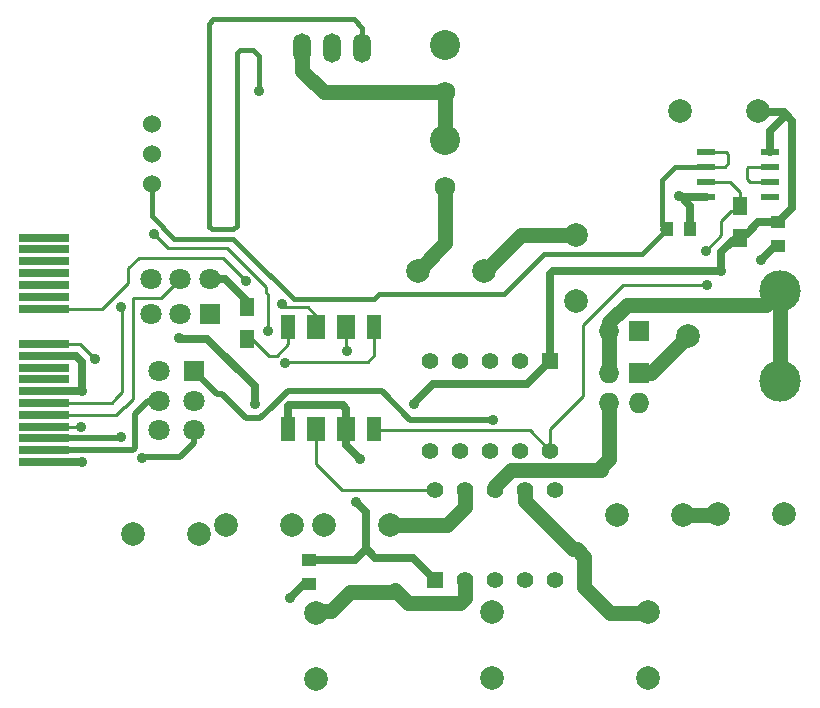
<source format=gtl>
%FSLAX46Y46*%
G04 Gerber Fmt 4.6, Leading zero omitted, Abs format (unit mm)*
G04 Created by KiCad (PCBNEW (2014-10-27 BZR 5228)-product) date 09/02/2015 08:27:18*
%MOMM*%
G01*
G04 APERTURE LIST*
%ADD10C,0.100000*%
%ADD11R,1.250000X1.000000*%
%ADD12R,4.200000X0.700000*%
%ADD13R,1.397000X1.397000*%
%ADD14C,1.397000*%
%ADD15C,1.998980*%
%ADD16C,3.500000*%
%ADD17C,2.000000*%
%ADD18R,1.727200X1.727200*%
%ADD19O,1.727200X1.727200*%
%ADD20R,1.800000X1.800000*%
%ADD21C,1.800000*%
%ADD22C,2.540000*%
%ADD23C,1.727200*%
%ADD24R,1.550000X0.600000*%
%ADD25C,1.524000*%
%ADD26O,1.501140X2.499360*%
%ADD27R,1.000000X1.250000*%
%ADD28R,1.300000X1.500000*%
%ADD29R,1.168400X2.032000*%
%ADD30R,1.524000X2.032000*%
%ADD31C,0.889000*%
%ADD32C,0.635000*%
%ADD33C,0.254000*%
%ADD34C,1.270000*%
%ADD35C,0.381000*%
%ADD36C,0.508000*%
G04 APERTURE END LIST*
D10*
D11*
X191600000Y-54200000D03*
X191600000Y-56200000D03*
D12*
X129500000Y-74500000D03*
X129500000Y-73500000D03*
X129500000Y-72500000D03*
X129500000Y-71500000D03*
X129500000Y-70500000D03*
X129500000Y-69500000D03*
X129500000Y-68500000D03*
X129500000Y-67500000D03*
X129500000Y-66500000D03*
X129500000Y-65500000D03*
X129500000Y-64500000D03*
X129500000Y-61500000D03*
X129500000Y-60500000D03*
X129500000Y-59500000D03*
X129500000Y-58500000D03*
X129500000Y-57500000D03*
X129500000Y-56500000D03*
X129500000Y-55500000D03*
D13*
X162560000Y-84455000D03*
D14*
X165100000Y-84455000D03*
X167640000Y-84455000D03*
X170180000Y-84455000D03*
X172720000Y-84455000D03*
X172720000Y-76835000D03*
X170180000Y-76835000D03*
X167640000Y-76835000D03*
X165100000Y-76835000D03*
X162560000Y-76835000D03*
D13*
X172339000Y-65913000D03*
D14*
X169799000Y-65913000D03*
X167259000Y-65913000D03*
X164719000Y-65913000D03*
X162179000Y-65913000D03*
X162179000Y-73533000D03*
X164719000Y-73533000D03*
X167259000Y-73533000D03*
X169799000Y-73533000D03*
X172339000Y-73533000D03*
D15*
X158792000Y-79796000D03*
X153204000Y-79796000D03*
X142592000Y-80596000D03*
X137004000Y-80596000D03*
X152496000Y-87308000D03*
X152496000Y-92896000D03*
X144908000Y-79804000D03*
X150496000Y-79804000D03*
X180604000Y-92792000D03*
X180604000Y-87204000D03*
X178008000Y-79004000D03*
X183596000Y-79004000D03*
X167396000Y-87208000D03*
X167396000Y-92796000D03*
X186508000Y-78904000D03*
X192096000Y-78904000D03*
X161108000Y-58304000D03*
X166696000Y-58304000D03*
X174498000Y-55245000D03*
X174498000Y-60833000D03*
D16*
X191800000Y-67600000D03*
X191800000Y-60000000D03*
D17*
X184000000Y-63800000D03*
D18*
X179870000Y-63400000D03*
D19*
X177330000Y-63400000D03*
D18*
X179870000Y-66930000D03*
D19*
X177330000Y-66930000D03*
X179870000Y-69470000D03*
X177330000Y-69470000D03*
D20*
X142200000Y-66800000D03*
D21*
X142200000Y-69300000D03*
X139200000Y-66800000D03*
X142200000Y-71800000D03*
X139200000Y-71800000D03*
X139200000Y-69300000D03*
D20*
X143500000Y-62000000D03*
D21*
X141000000Y-62000000D03*
X143500000Y-59000000D03*
X138500000Y-62000000D03*
X138500000Y-59000000D03*
X141000000Y-59000000D03*
D22*
X163461700Y-39199300D03*
D23*
X163461700Y-43199300D03*
D22*
X163461700Y-47199300D03*
D23*
X163461700Y-51199300D03*
D24*
X185501300Y-48234600D03*
X185501300Y-49504600D03*
X185501300Y-50774600D03*
X185501300Y-52044600D03*
X190901300Y-52044600D03*
X190901300Y-50774600D03*
X190901300Y-49504600D03*
X190901300Y-48234600D03*
D25*
X138600000Y-48460000D03*
X138600000Y-45920000D03*
X138600000Y-51000000D03*
D26*
X153893520Y-39451280D03*
X156433520Y-39451280D03*
X151353520Y-39451280D03*
D11*
X151900000Y-84800000D03*
X151900000Y-82800000D03*
D27*
X184200000Y-54800000D03*
X182200000Y-54800000D03*
D15*
X189899460Y-44800000D03*
X183300540Y-44800000D03*
D28*
X188400000Y-52850000D03*
X188400000Y-55550000D03*
X146700000Y-64050000D03*
X146700000Y-61350000D03*
D29*
X157432200Y-63082000D03*
D30*
X155070000Y-63082000D03*
X152530000Y-63082000D03*
D29*
X150167800Y-63082000D03*
X150167800Y-71718000D03*
D30*
X152530000Y-71718000D03*
X155070000Y-71718000D03*
D29*
X157432200Y-71718000D03*
D31*
X150300000Y-86000000D03*
X156200000Y-74200000D03*
X132600000Y-71500000D03*
X132700000Y-74500000D03*
X132700000Y-68500000D03*
X183200000Y-52000000D03*
X190200000Y-57400000D03*
X147700000Y-43100000D03*
X137750000Y-74150000D03*
X136000000Y-72400000D03*
X136000000Y-61400000D03*
X148400000Y-63400000D03*
X138800000Y-55200000D03*
X167500000Y-70900000D03*
X155900000Y-77900000D03*
X147300000Y-69600000D03*
X140900000Y-64000000D03*
X160800000Y-69600000D03*
X186800000Y-58300000D03*
X149900000Y-66100000D03*
X133800000Y-65800000D03*
X185600000Y-59500000D03*
X185500000Y-56600000D03*
X146600000Y-59200000D03*
X149600000Y-61100000D03*
X155100000Y-65100000D03*
D32*
X151900000Y-84800000D02*
X151500000Y-84800000D01*
X151500000Y-84800000D02*
X150300000Y-86000000D01*
X146700000Y-61350000D02*
X146700000Y-60900000D01*
X146700000Y-60900000D02*
X144800000Y-59000000D01*
X144800000Y-59000000D02*
X143500000Y-59000000D01*
X155070000Y-71718000D02*
X155070000Y-73070000D01*
X155070000Y-73070000D02*
X156200000Y-74200000D01*
X150167800Y-71718000D02*
X150167800Y-69732200D01*
X155070000Y-69970000D02*
X155070000Y-71718000D01*
X154800000Y-69700000D02*
X155070000Y-69970000D01*
X150200000Y-69700000D02*
X154800000Y-69700000D01*
X150167800Y-69732200D02*
X150200000Y-69700000D01*
D33*
X129500000Y-71500000D02*
X132600000Y-71500000D01*
D32*
X129500000Y-74500000D02*
X132700000Y-74500000D01*
X132700000Y-68500000D02*
X132600000Y-68500000D01*
X129500000Y-65500000D02*
X132200000Y-65500000D01*
X132200000Y-65500000D02*
X132700000Y-66000000D01*
X132700000Y-66000000D02*
X132700000Y-68400000D01*
X132700000Y-68400000D02*
X132600000Y-68500000D01*
X132600000Y-68500000D02*
X129500000Y-68500000D01*
X183400000Y-52000000D02*
X184200000Y-52800000D01*
X184200000Y-52800000D02*
X184200000Y-54800000D01*
X185501300Y-52044600D02*
X183244600Y-52044600D01*
X183244600Y-52044600D02*
X183200000Y-52000000D01*
X183200000Y-52000000D02*
X183400000Y-52000000D01*
X191400000Y-56200000D02*
X190200000Y-57400000D01*
X191600000Y-56200000D02*
X191400000Y-56200000D01*
D34*
X152696000Y-87108000D02*
X153792000Y-87108000D01*
X153792000Y-87108000D02*
X155400000Y-85500000D01*
X155400000Y-85500000D02*
X159000000Y-85500000D01*
X159000000Y-85500000D02*
X159200000Y-85300000D01*
X165100000Y-86000000D02*
X165100000Y-84455000D01*
X160300000Y-86400000D02*
X159200000Y-85300000D01*
X164700000Y-86400000D02*
X160300000Y-86400000D01*
X165100000Y-86000000D02*
X164700000Y-86400000D01*
X152696000Y-87108000D02*
X152496000Y-87308000D01*
X186408000Y-79004000D02*
X186508000Y-78904000D01*
X183596000Y-79004000D02*
X186408000Y-79004000D01*
D35*
X143400000Y-54600000D02*
X143500000Y-54600000D01*
X145500000Y-54800000D02*
X145800000Y-54500000D01*
X143700000Y-54800000D02*
X145500000Y-54800000D01*
X143500000Y-54600000D02*
X143700000Y-54800000D01*
X147700000Y-43100000D02*
X147700000Y-40100000D01*
X145800000Y-39900000D02*
X146100000Y-39600000D01*
X147200000Y-39600000D02*
X147700000Y-40100000D01*
X146100000Y-39600000D02*
X147200000Y-39600000D01*
X156433520Y-39451280D02*
X156433520Y-37733520D01*
X145800000Y-54500000D02*
X145800000Y-40000000D01*
X143800000Y-37000000D02*
X143400000Y-37400000D01*
X155700000Y-37000000D02*
X143800000Y-37000000D01*
X156433520Y-37733520D02*
X155700000Y-37000000D01*
X145800000Y-40000000D02*
X145800000Y-39900000D01*
X143400000Y-37400000D02*
X143400000Y-54600000D01*
D34*
X163461700Y-55938300D02*
X163461700Y-51199300D01*
X161108000Y-58292000D02*
X163461700Y-55938300D01*
X161108000Y-58304000D02*
X161108000Y-58292000D01*
X169855000Y-55245000D02*
X174498000Y-55245000D01*
X166796000Y-58304000D02*
X169855000Y-55245000D01*
X166696000Y-58304000D02*
X166796000Y-58304000D01*
D36*
X132900000Y-73500000D02*
X137000000Y-73500000D01*
X129500000Y-73500000D02*
X132900000Y-73500000D01*
X137200000Y-73300000D02*
X137200000Y-70400000D01*
X137000000Y-73500000D02*
X137200000Y-73300000D01*
X137200000Y-70400000D02*
X138300000Y-69300000D01*
X138300000Y-69300000D02*
X139200000Y-69300000D01*
X142200000Y-71800000D02*
X142200000Y-72900000D01*
X141000000Y-74100000D02*
X142200000Y-72900000D01*
X137800000Y-74100000D02*
X141000000Y-74100000D01*
X137800000Y-74100000D02*
X137750000Y-74150000D01*
X129500000Y-72500000D02*
X135900000Y-72500000D01*
X135900000Y-72500000D02*
X136000000Y-72400000D01*
D33*
X136250000Y-69850000D02*
X136350000Y-69850000D01*
X137000000Y-69200000D02*
X137000000Y-60600000D01*
X136350000Y-69850000D02*
X137000000Y-69200000D01*
X139400000Y-60600000D02*
X141000000Y-59000000D01*
X137000000Y-60600000D02*
X139400000Y-60600000D01*
X129500000Y-70500000D02*
X135600000Y-70500000D01*
X135600000Y-70500000D02*
X136250000Y-69850000D01*
X136250000Y-69850000D02*
X136300000Y-69800000D01*
X135600000Y-69100000D02*
X136100000Y-68600000D01*
X135200000Y-69500000D02*
X135600000Y-69100000D01*
X129500000Y-69500000D02*
X135200000Y-69500000D01*
X136100000Y-61500000D02*
X136000000Y-61400000D01*
X136100000Y-68600000D02*
X136100000Y-61500000D01*
X145700000Y-57100000D02*
X145000000Y-56400000D01*
X148300000Y-60200000D02*
X148300000Y-59700000D01*
X148300000Y-59700000D02*
X145700000Y-57100000D01*
X148400000Y-60300000D02*
X148300000Y-60200000D01*
X148400000Y-63400000D02*
X148400000Y-60300000D01*
X140000000Y-56400000D02*
X139900000Y-56300000D01*
X145000000Y-56400000D02*
X140000000Y-56400000D01*
X139900000Y-56300000D02*
X138800000Y-55200000D01*
D34*
X177350000Y-87250000D02*
X180558000Y-87250000D01*
X180558000Y-87250000D02*
X180604000Y-87204000D01*
X170180000Y-77780000D02*
X174300000Y-81900000D01*
X174300000Y-81900000D02*
X174600000Y-81900000D01*
X174600000Y-81900000D02*
X175200000Y-82500000D01*
X175200000Y-82500000D02*
X175200000Y-85100000D01*
X175200000Y-85100000D02*
X177350000Y-87250000D01*
X177350000Y-87250000D02*
X177404000Y-87304000D01*
X170180000Y-76835000D02*
X170180000Y-77780000D01*
X167640000Y-76835000D02*
X167640000Y-76560000D01*
X167640000Y-76560000D02*
X169000000Y-75200000D01*
X176400000Y-75200000D02*
X176600000Y-75200000D01*
X169000000Y-75200000D02*
X176400000Y-75200000D01*
X177330000Y-74270000D02*
X176400000Y-75200000D01*
X177330000Y-69470000D02*
X177330000Y-74270000D01*
D36*
X148850000Y-69750000D02*
X150100000Y-68500000D01*
X160500000Y-70900000D02*
X167500000Y-70900000D01*
X158100000Y-68500000D02*
X160500000Y-70900000D01*
X150100000Y-68500000D02*
X158100000Y-68500000D01*
X148900000Y-69700000D02*
X148850000Y-69750000D01*
X148850000Y-69750000D02*
X147800000Y-70800000D01*
X147800000Y-70800000D02*
X146600000Y-70800000D01*
X146600000Y-70800000D02*
X144500000Y-68700000D01*
X144500000Y-68700000D02*
X144100000Y-68700000D01*
X144100000Y-68700000D02*
X142200000Y-66800000D01*
D34*
X177330000Y-66930000D02*
X177330000Y-63400000D01*
X190600000Y-61200000D02*
X191800000Y-60000000D01*
X178800000Y-61200000D02*
X190600000Y-61200000D01*
X177330000Y-62670000D02*
X178800000Y-61200000D01*
X177330000Y-63400000D02*
X177330000Y-62670000D01*
X191800000Y-60000000D02*
X191800000Y-67600000D01*
X180870000Y-66930000D02*
X184000000Y-63800000D01*
X179870000Y-66930000D02*
X180870000Y-66930000D01*
X151353520Y-41353520D02*
X153199300Y-43199300D01*
X155499300Y-43199300D02*
X163461700Y-43199300D01*
X153199300Y-43199300D02*
X155499300Y-43199300D01*
X151353520Y-39451280D02*
X151353520Y-41353520D01*
X163461700Y-43199300D02*
X163461700Y-47199300D01*
D33*
X189225400Y-50774600D02*
X189000000Y-50549200D01*
X189000000Y-50549200D02*
X189000000Y-49600000D01*
X189000000Y-49600000D02*
X189095400Y-49504600D01*
X189095400Y-49504600D02*
X190901300Y-49504600D01*
X190901300Y-50774600D02*
X189225400Y-50774600D01*
D35*
X146600000Y-56700000D02*
X145500000Y-55600000D01*
X146600000Y-56700000D02*
X150600000Y-60700000D01*
X150600000Y-60700000D02*
X157400000Y-60700000D01*
X157400000Y-60700000D02*
X157800000Y-60300000D01*
X157800000Y-60300000D02*
X168400000Y-60300000D01*
X168400000Y-60300000D02*
X171800000Y-56900000D01*
X171800000Y-56900000D02*
X180100000Y-56900000D01*
X182200000Y-54800000D02*
X180100000Y-56900000D01*
X138600000Y-53700000D02*
X138600000Y-51000000D01*
X140500000Y-55600000D02*
X138600000Y-53700000D01*
X145500000Y-55600000D02*
X140500000Y-55600000D01*
X185501300Y-49504600D02*
X182895400Y-49504600D01*
X182895400Y-49504600D02*
X181800000Y-50600000D01*
X181800000Y-50600000D02*
X181800000Y-54400000D01*
D33*
X181800000Y-54400000D02*
X182200000Y-54800000D01*
X187104600Y-49504600D02*
X187400000Y-49209200D01*
X187234600Y-48234600D02*
X185501300Y-48234600D01*
X185501300Y-49504600D02*
X187104600Y-49504600D01*
X187400000Y-49209200D02*
X187400000Y-48400000D01*
X187400000Y-48400000D02*
X187234600Y-48234600D01*
D35*
X182200000Y-54800000D02*
X181800000Y-54800000D01*
D32*
X160700000Y-82600000D02*
X160705000Y-82600000D01*
X160705000Y-82600000D02*
X162560000Y-84455000D01*
X156700000Y-81800000D02*
X156700000Y-81900000D01*
X155800000Y-82800000D02*
X151900000Y-82800000D01*
X156700000Y-81900000D02*
X155800000Y-82800000D01*
X157500000Y-82600000D02*
X160700000Y-82600000D01*
X155900000Y-77900000D02*
X156700000Y-78700000D01*
X156700000Y-78700000D02*
X156700000Y-81800000D01*
X156700000Y-81800000D02*
X157500000Y-82600000D01*
X188400000Y-55150000D02*
X188950000Y-55150000D01*
X188950000Y-55150000D02*
X189900000Y-54200000D01*
X189900000Y-54200000D02*
X191600000Y-54200000D01*
X186800000Y-58300000D02*
X186800000Y-56750000D01*
X186800000Y-56750000D02*
X188400000Y-55150000D01*
X192200000Y-45200000D02*
X192401260Y-45200000D01*
X190901300Y-46498700D02*
X192200000Y-45200000D01*
X190901300Y-48234600D02*
X190901300Y-46498700D01*
X192100000Y-44898740D02*
X192401260Y-45200000D01*
X192800000Y-45598740D02*
X192100000Y-44898740D01*
X192800000Y-53000000D02*
X192800000Y-45598740D01*
X191600000Y-54200000D02*
X192800000Y-53000000D01*
X189998200Y-44898740D02*
X189899460Y-44800000D01*
X192100000Y-44898740D02*
X189998200Y-44898740D01*
D33*
X172313000Y-65913000D02*
X172339000Y-65913000D01*
D32*
X172339000Y-63800000D02*
X172339000Y-65913000D01*
X172339000Y-63639000D02*
X172339000Y-63800000D01*
X186800000Y-58300000D02*
X186900000Y-58300000D01*
X140900000Y-64000000D02*
X141000000Y-64100000D01*
X141000000Y-64100000D02*
X143300000Y-64100000D01*
X143300000Y-64100000D02*
X147300000Y-68100000D01*
X147300000Y-68100000D02*
X147300000Y-69600000D01*
X160700000Y-69600000D02*
X160750000Y-69550000D01*
X162400000Y-67900000D02*
X170352000Y-67900000D01*
X160750000Y-69550000D02*
X162400000Y-67900000D01*
X170352000Y-67900000D02*
X172339000Y-65913000D01*
X147400000Y-69600000D02*
X147300000Y-69600000D01*
X160800000Y-69600000D02*
X160750000Y-69550000D01*
X172339000Y-58561000D02*
X172600000Y-58300000D01*
X172600000Y-58300000D02*
X173200000Y-58300000D01*
X173200000Y-58300000D02*
X186800000Y-58300000D01*
X172339000Y-63800000D02*
X172339000Y-58561000D01*
D33*
X165100000Y-76835000D02*
X165100000Y-77100000D01*
D34*
X163604000Y-79796000D02*
X165100000Y-78300000D01*
X165100000Y-78300000D02*
X165100000Y-76835000D01*
X158792000Y-79796000D02*
X163604000Y-79796000D01*
D33*
X157432200Y-65467800D02*
X157432200Y-63082000D01*
X156900000Y-66000000D02*
X157432200Y-65467800D01*
X150000000Y-66000000D02*
X156900000Y-66000000D01*
X149900000Y-66100000D02*
X150000000Y-66000000D01*
X129500000Y-64500000D02*
X132500000Y-64500000D01*
X132500000Y-64500000D02*
X133800000Y-65800000D01*
X157514200Y-71800000D02*
X160600000Y-71800000D01*
X160600000Y-71800000D02*
X170606000Y-71800000D01*
X170606000Y-71800000D02*
X172339000Y-73533000D01*
X157514200Y-71800000D02*
X157432200Y-71718000D01*
X172339000Y-73533000D02*
X172339000Y-71661000D01*
X172339000Y-71661000D02*
X175100000Y-68900000D01*
X175100000Y-68900000D02*
X175100000Y-62900000D01*
X175100000Y-62900000D02*
X178500000Y-59500000D01*
X178500000Y-59500000D02*
X185600000Y-59500000D01*
X185500000Y-56600000D02*
X186800000Y-55300000D01*
X186800000Y-55300000D02*
X186800000Y-54100000D01*
X186800000Y-54100000D02*
X187650000Y-53250000D01*
X187650000Y-53250000D02*
X188400000Y-53250000D01*
X188400000Y-53250000D02*
X188400000Y-51600000D01*
X188400000Y-51600000D02*
X187574600Y-50774600D01*
X187574600Y-50774600D02*
X185501300Y-50774600D01*
X139300000Y-57200000D02*
X144600000Y-57200000D01*
X129500000Y-61500000D02*
X134300000Y-61500000D01*
X134300000Y-61500000D02*
X134400000Y-61500000D01*
X134400000Y-61500000D02*
X136600000Y-59300000D01*
X137500000Y-57200000D02*
X139300000Y-57200000D01*
X136600000Y-58100000D02*
X137500000Y-57200000D01*
X136600000Y-59300000D02*
X136600000Y-58100000D01*
X144600000Y-57200000D02*
X146600000Y-59200000D01*
X150400000Y-61400000D02*
X149900000Y-61400000D01*
X151800000Y-61400000D02*
X152530000Y-62130000D01*
X150400000Y-61400000D02*
X151800000Y-61400000D01*
X149900000Y-61400000D02*
X149600000Y-61100000D01*
X152530000Y-62130000D02*
X152530000Y-63082000D01*
X162560000Y-76835000D02*
X154735000Y-76835000D01*
X152530000Y-74630000D02*
X152530000Y-71718000D01*
X154735000Y-76835000D02*
X152530000Y-74630000D01*
X155070000Y-63082000D02*
X155070000Y-65070000D01*
X155070000Y-65070000D02*
X155100000Y-65100000D01*
X146700000Y-64050000D02*
X147050000Y-64050000D01*
X147050000Y-64050000D02*
X148500000Y-65500000D01*
X148500000Y-65500000D02*
X149200000Y-65500000D01*
X149200000Y-65500000D02*
X150167800Y-64532200D01*
X150167800Y-64532200D02*
X150167800Y-63082000D01*
M02*

</source>
